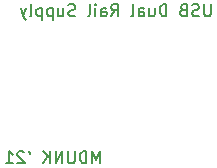
<source format=gbo>
%TF.GenerationSoftware,KiCad,Pcbnew,(5.1.10)-1*%
%TF.CreationDate,2021-06-21T20:23:21-05:00*%
%TF.ProjectId,USB_Dual_Supply,5553425f-4475-4616-9c5f-537570706c79,rev?*%
%TF.SameCoordinates,Original*%
%TF.FileFunction,Legend,Bot*%
%TF.FilePolarity,Positive*%
%FSLAX46Y46*%
G04 Gerber Fmt 4.6, Leading zero omitted, Abs format (unit mm)*
G04 Created by KiCad (PCBNEW (5.1.10)-1) date 2021-06-21 20:23:21*
%MOMM*%
%LPD*%
G01*
G04 APERTURE LIST*
%ADD10C,0.150000*%
%ADD11O,1.100000X1.500000*%
%ADD12O,1.350000X1.700000*%
%ADD13R,1.700000X1.700000*%
%ADD14O,1.700000X1.700000*%
G04 APERTURE END LIST*
D10*
X138953380Y-123515380D02*
X138953380Y-122515380D01*
X138620047Y-123229666D01*
X138286714Y-122515380D01*
X138286714Y-123515380D01*
X137810523Y-123515380D02*
X137810523Y-122515380D01*
X137572428Y-122515380D01*
X137429571Y-122563000D01*
X137334333Y-122658238D01*
X137286714Y-122753476D01*
X137239095Y-122943952D01*
X137239095Y-123086809D01*
X137286714Y-123277285D01*
X137334333Y-123372523D01*
X137429571Y-123467761D01*
X137572428Y-123515380D01*
X137810523Y-123515380D01*
X136810523Y-122515380D02*
X136810523Y-123324904D01*
X136762904Y-123420142D01*
X136715285Y-123467761D01*
X136620047Y-123515380D01*
X136429571Y-123515380D01*
X136334333Y-123467761D01*
X136286714Y-123420142D01*
X136239095Y-123324904D01*
X136239095Y-122515380D01*
X135762904Y-123515380D02*
X135762904Y-122515380D01*
X135191476Y-123515380D01*
X135191476Y-122515380D01*
X134715285Y-123515380D02*
X134715285Y-122515380D01*
X134143857Y-123515380D02*
X134572428Y-122943952D01*
X134143857Y-122515380D02*
X134715285Y-123086809D01*
X132905761Y-122515380D02*
X133001000Y-122705857D01*
X132524809Y-122610619D02*
X132477190Y-122563000D01*
X132381952Y-122515380D01*
X132143857Y-122515380D01*
X132048619Y-122563000D01*
X132001000Y-122610619D01*
X131953380Y-122705857D01*
X131953380Y-122801095D01*
X132001000Y-122943952D01*
X132572428Y-123515380D01*
X131953380Y-123515380D01*
X131001000Y-123515380D02*
X131572428Y-123515380D01*
X131286714Y-123515380D02*
X131286714Y-122515380D01*
X131381952Y-122658238D01*
X131477190Y-122753476D01*
X131572428Y-122801095D01*
X148335000Y-110069380D02*
X148335000Y-110878904D01*
X148287380Y-110974142D01*
X148239761Y-111021761D01*
X148144523Y-111069380D01*
X147954047Y-111069380D01*
X147858809Y-111021761D01*
X147811190Y-110974142D01*
X147763571Y-110878904D01*
X147763571Y-110069380D01*
X147335000Y-111021761D02*
X147192142Y-111069380D01*
X146954047Y-111069380D01*
X146858809Y-111021761D01*
X146811190Y-110974142D01*
X146763571Y-110878904D01*
X146763571Y-110783666D01*
X146811190Y-110688428D01*
X146858809Y-110640809D01*
X146954047Y-110593190D01*
X147144523Y-110545571D01*
X147239761Y-110497952D01*
X147287380Y-110450333D01*
X147335000Y-110355095D01*
X147335000Y-110259857D01*
X147287380Y-110164619D01*
X147239761Y-110117000D01*
X147144523Y-110069380D01*
X146906428Y-110069380D01*
X146763571Y-110117000D01*
X146001666Y-110545571D02*
X145858809Y-110593190D01*
X145811190Y-110640809D01*
X145763571Y-110736047D01*
X145763571Y-110878904D01*
X145811190Y-110974142D01*
X145858809Y-111021761D01*
X145954047Y-111069380D01*
X146335000Y-111069380D01*
X146335000Y-110069380D01*
X146001666Y-110069380D01*
X145906428Y-110117000D01*
X145858809Y-110164619D01*
X145811190Y-110259857D01*
X145811190Y-110355095D01*
X145858809Y-110450333D01*
X145906428Y-110497952D01*
X146001666Y-110545571D01*
X146335000Y-110545571D01*
X144573095Y-111069380D02*
X144573095Y-110069380D01*
X144335000Y-110069380D01*
X144192142Y-110117000D01*
X144096904Y-110212238D01*
X144049285Y-110307476D01*
X144001666Y-110497952D01*
X144001666Y-110640809D01*
X144049285Y-110831285D01*
X144096904Y-110926523D01*
X144192142Y-111021761D01*
X144335000Y-111069380D01*
X144573095Y-111069380D01*
X143144523Y-110402714D02*
X143144523Y-111069380D01*
X143573095Y-110402714D02*
X143573095Y-110926523D01*
X143525476Y-111021761D01*
X143430238Y-111069380D01*
X143287380Y-111069380D01*
X143192142Y-111021761D01*
X143144523Y-110974142D01*
X142239761Y-111069380D02*
X142239761Y-110545571D01*
X142287380Y-110450333D01*
X142382619Y-110402714D01*
X142573095Y-110402714D01*
X142668333Y-110450333D01*
X142239761Y-111021761D02*
X142335000Y-111069380D01*
X142573095Y-111069380D01*
X142668333Y-111021761D01*
X142715952Y-110926523D01*
X142715952Y-110831285D01*
X142668333Y-110736047D01*
X142573095Y-110688428D01*
X142335000Y-110688428D01*
X142239761Y-110640809D01*
X141620714Y-111069380D02*
X141715952Y-111021761D01*
X141763571Y-110926523D01*
X141763571Y-110069380D01*
X139906428Y-111069380D02*
X140239761Y-110593190D01*
X140477857Y-111069380D02*
X140477857Y-110069380D01*
X140096904Y-110069380D01*
X140001666Y-110117000D01*
X139954047Y-110164619D01*
X139906428Y-110259857D01*
X139906428Y-110402714D01*
X139954047Y-110497952D01*
X140001666Y-110545571D01*
X140096904Y-110593190D01*
X140477857Y-110593190D01*
X139049285Y-111069380D02*
X139049285Y-110545571D01*
X139096904Y-110450333D01*
X139192142Y-110402714D01*
X139382619Y-110402714D01*
X139477857Y-110450333D01*
X139049285Y-111021761D02*
X139144523Y-111069380D01*
X139382619Y-111069380D01*
X139477857Y-111021761D01*
X139525476Y-110926523D01*
X139525476Y-110831285D01*
X139477857Y-110736047D01*
X139382619Y-110688428D01*
X139144523Y-110688428D01*
X139049285Y-110640809D01*
X138573095Y-111069380D02*
X138573095Y-110402714D01*
X138573095Y-110069380D02*
X138620714Y-110117000D01*
X138573095Y-110164619D01*
X138525476Y-110117000D01*
X138573095Y-110069380D01*
X138573095Y-110164619D01*
X137954047Y-111069380D02*
X138049285Y-111021761D01*
X138096904Y-110926523D01*
X138096904Y-110069380D01*
X136858809Y-111021761D02*
X136715952Y-111069380D01*
X136477857Y-111069380D01*
X136382619Y-111021761D01*
X136335000Y-110974142D01*
X136287380Y-110878904D01*
X136287380Y-110783666D01*
X136335000Y-110688428D01*
X136382619Y-110640809D01*
X136477857Y-110593190D01*
X136668333Y-110545571D01*
X136763571Y-110497952D01*
X136811190Y-110450333D01*
X136858809Y-110355095D01*
X136858809Y-110259857D01*
X136811190Y-110164619D01*
X136763571Y-110117000D01*
X136668333Y-110069380D01*
X136430238Y-110069380D01*
X136287380Y-110117000D01*
X135430238Y-110402714D02*
X135430238Y-111069380D01*
X135858809Y-110402714D02*
X135858809Y-110926523D01*
X135811190Y-111021761D01*
X135715952Y-111069380D01*
X135573095Y-111069380D01*
X135477857Y-111021761D01*
X135430238Y-110974142D01*
X134954047Y-110402714D02*
X134954047Y-111402714D01*
X134954047Y-110450333D02*
X134858809Y-110402714D01*
X134668333Y-110402714D01*
X134573095Y-110450333D01*
X134525476Y-110497952D01*
X134477857Y-110593190D01*
X134477857Y-110878904D01*
X134525476Y-110974142D01*
X134573095Y-111021761D01*
X134668333Y-111069380D01*
X134858809Y-111069380D01*
X134954047Y-111021761D01*
X134049285Y-110402714D02*
X134049285Y-111402714D01*
X134049285Y-110450333D02*
X133954047Y-110402714D01*
X133763571Y-110402714D01*
X133668333Y-110450333D01*
X133620714Y-110497952D01*
X133573095Y-110593190D01*
X133573095Y-110878904D01*
X133620714Y-110974142D01*
X133668333Y-111021761D01*
X133763571Y-111069380D01*
X133954047Y-111069380D01*
X134049285Y-111021761D01*
X133001666Y-111069380D02*
X133096904Y-111021761D01*
X133144523Y-110926523D01*
X133144523Y-110069380D01*
X132715952Y-110402714D02*
X132477857Y-111069380D01*
X132239761Y-110402714D02*
X132477857Y-111069380D01*
X132573095Y-111307476D01*
X132620714Y-111355095D01*
X132715952Y-111402714D01*
%LPC*%
D11*
%TO.C,J1*%
X131667000Y-121559000D03*
X136507000Y-121559000D03*
D12*
X131357000Y-124559000D03*
X136817000Y-124559000D03*
%TD*%
D13*
%TO.C,J2*%
X134366000Y-107950000D03*
D14*
X131826000Y-107950000D03*
%TD*%
D13*
%TO.C,J3*%
X140716000Y-107950000D03*
D14*
X143256000Y-107950000D03*
X145796000Y-107950000D03*
X148336000Y-107950000D03*
%TD*%
%TO.C,J4*%
X148336000Y-123190000D03*
X145796000Y-123190000D03*
X143256000Y-123190000D03*
D13*
X140716000Y-123190000D03*
%TD*%
%TO.C,J5*%
X148336000Y-113030000D03*
D14*
X148336000Y-115570000D03*
X148336000Y-118110000D03*
%TD*%
M02*

</source>
